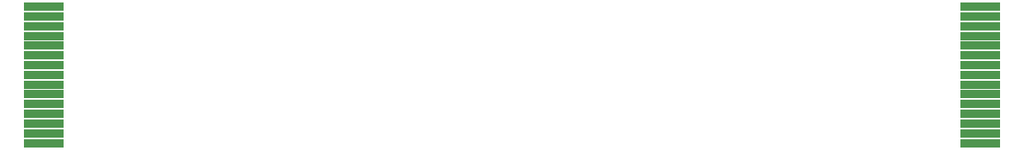
<source format=gbr>
%TF.GenerationSoftware,KiCad,Pcbnew,8.0.3*%
%TF.CreationDate,2024-07-25T12:53:14+09:00*%
%TF.ProjectId,FPC-MD-Main-20240719,4650432d-4d44-42d4-9d61-696e2d323032,rev?*%
%TF.SameCoordinates,Original*%
%TF.FileFunction,Soldermask,Top*%
%TF.FilePolarity,Negative*%
%FSLAX46Y46*%
G04 Gerber Fmt 4.6, Leading zero omitted, Abs format (unit mm)*
G04 Created by KiCad (PCBNEW 8.0.3) date 2024-07-25 12:53:14*
%MOMM*%
%LPD*%
G01*
G04 APERTURE LIST*
G04 Aperture macros list*
%AMRoundRect*
0 Rectangle with rounded corners*
0 $1 Rounding radius*
0 $2 $3 $4 $5 $6 $7 $8 $9 X,Y pos of 4 corners*
0 Add a 4 corners polygon primitive as box body*
4,1,4,$2,$3,$4,$5,$6,$7,$8,$9,$2,$3,0*
0 Add four circle primitives for the rounded corners*
1,1,$1+$1,$2,$3*
1,1,$1+$1,$4,$5*
1,1,$1+$1,$6,$7*
1,1,$1+$1,$8,$9*
0 Add four rect primitives between the rounded corners*
20,1,$1+$1,$2,$3,$4,$5,0*
20,1,$1+$1,$4,$5,$6,$7,0*
20,1,$1+$1,$6,$7,$8,$9,0*
20,1,$1+$1,$8,$9,$2,$3,0*%
G04 Aperture macros list end*
%ADD10RoundRect,0.000000X-2.000000X0.350000X-2.000000X-0.350000X2.000000X-0.350000X2.000000X0.350000X0*%
G04 APERTURE END LIST*
D10*
%TO.C,J2*%
X2000000Y7000000D03*
X2000000Y6000000D03*
X2000000Y5000000D03*
X2000000Y4000000D03*
X2000000Y3000000D03*
X2000000Y2000000D03*
X2000000Y1000000D03*
X2000000Y0D03*
X2000000Y-1000000D03*
X2000000Y-2000000D03*
X2000000Y-3000000D03*
X2000000Y-4000000D03*
X2000000Y-5000000D03*
X2000000Y-6000000D03*
X2000000Y-7000000D03*
%TD*%
%TO.C,J1*%
X98000000Y7000000D03*
X98000000Y6000000D03*
X98000000Y5000000D03*
X98000000Y4000000D03*
X98000000Y3000000D03*
X98000000Y2000000D03*
X98000000Y1000000D03*
X98000000Y0D03*
X98000000Y-1000000D03*
X98000000Y-2000000D03*
X98000000Y-3000000D03*
X98000000Y-4000000D03*
X98000000Y-5000000D03*
X98000000Y-6000000D03*
X98000000Y-7000000D03*
%TD*%
M02*

</source>
